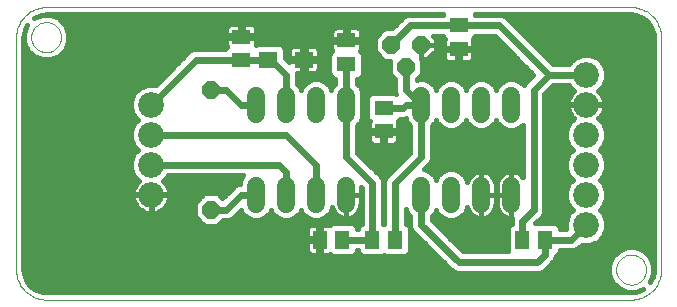
<source format=gtl>
G75*
G70*
%OFA0B0*%
%FSLAX24Y24*%
%IPPOS*%
%LPD*%
%AMOC8*
5,1,8,0,0,1.08239X$1,22.5*
%
%ADD10C,0.0000*%
%ADD11C,0.0600*%
%ADD12OC8,0.0600*%
%ADD13C,0.0860*%
%ADD14R,0.0512X0.0630*%
%ADD15R,0.0630X0.0512*%
%ADD16R,0.0630X0.0551*%
%ADD17C,0.0240*%
%ADD18C,0.0160*%
D10*
X001931Y000681D02*
X021431Y000681D01*
X020931Y001681D02*
X020933Y001725D01*
X020939Y001769D01*
X020949Y001812D01*
X020962Y001854D01*
X020979Y001895D01*
X021000Y001934D01*
X021024Y001971D01*
X021051Y002006D01*
X021081Y002038D01*
X021114Y002068D01*
X021150Y002094D01*
X021187Y002118D01*
X021227Y002137D01*
X021268Y002154D01*
X021311Y002166D01*
X021354Y002175D01*
X021398Y002180D01*
X021442Y002181D01*
X021486Y002178D01*
X021530Y002171D01*
X021573Y002160D01*
X021615Y002146D01*
X021655Y002128D01*
X021694Y002106D01*
X021730Y002082D01*
X021764Y002054D01*
X021796Y002023D01*
X021825Y001989D01*
X021851Y001953D01*
X021873Y001915D01*
X021892Y001875D01*
X021907Y001833D01*
X021919Y001791D01*
X021927Y001747D01*
X021931Y001703D01*
X021931Y001659D01*
X021927Y001615D01*
X021919Y001571D01*
X021907Y001529D01*
X021892Y001487D01*
X021873Y001447D01*
X021851Y001409D01*
X021825Y001373D01*
X021796Y001339D01*
X021764Y001308D01*
X021730Y001280D01*
X021694Y001256D01*
X021655Y001234D01*
X021615Y001216D01*
X021573Y001202D01*
X021530Y001191D01*
X021486Y001184D01*
X021442Y001181D01*
X021398Y001182D01*
X021354Y001187D01*
X021311Y001196D01*
X021268Y001208D01*
X021227Y001225D01*
X021187Y001244D01*
X021150Y001268D01*
X021114Y001294D01*
X021081Y001324D01*
X021051Y001356D01*
X021024Y001391D01*
X021000Y001428D01*
X020979Y001467D01*
X020962Y001508D01*
X020949Y001550D01*
X020939Y001593D01*
X020933Y001637D01*
X020931Y001681D01*
X021431Y000681D02*
X021491Y000683D01*
X021552Y000688D01*
X021611Y000697D01*
X021670Y000710D01*
X021729Y000726D01*
X021786Y000746D01*
X021841Y000769D01*
X021896Y000796D01*
X021948Y000825D01*
X021999Y000858D01*
X022048Y000894D01*
X022094Y000932D01*
X022138Y000974D01*
X022180Y001018D01*
X022218Y001064D01*
X022254Y001113D01*
X022287Y001164D01*
X022316Y001216D01*
X022343Y001271D01*
X022366Y001326D01*
X022386Y001383D01*
X022402Y001442D01*
X022415Y001501D01*
X022424Y001560D01*
X022429Y001621D01*
X022431Y001681D01*
X022431Y009431D01*
X022429Y009491D01*
X022424Y009552D01*
X022415Y009611D01*
X022402Y009670D01*
X022386Y009729D01*
X022366Y009786D01*
X022343Y009841D01*
X022316Y009896D01*
X022287Y009948D01*
X022254Y009999D01*
X022218Y010048D01*
X022180Y010094D01*
X022138Y010138D01*
X022094Y010180D01*
X022048Y010218D01*
X021999Y010254D01*
X021948Y010287D01*
X021896Y010316D01*
X021841Y010343D01*
X021786Y010366D01*
X021729Y010386D01*
X021670Y010402D01*
X021611Y010415D01*
X021552Y010424D01*
X021491Y010429D01*
X021431Y010431D01*
X001931Y010431D01*
X001431Y009431D02*
X001433Y009475D01*
X001439Y009519D01*
X001449Y009562D01*
X001462Y009604D01*
X001479Y009645D01*
X001500Y009684D01*
X001524Y009721D01*
X001551Y009756D01*
X001581Y009788D01*
X001614Y009818D01*
X001650Y009844D01*
X001687Y009868D01*
X001727Y009887D01*
X001768Y009904D01*
X001811Y009916D01*
X001854Y009925D01*
X001898Y009930D01*
X001942Y009931D01*
X001986Y009928D01*
X002030Y009921D01*
X002073Y009910D01*
X002115Y009896D01*
X002155Y009878D01*
X002194Y009856D01*
X002230Y009832D01*
X002264Y009804D01*
X002296Y009773D01*
X002325Y009739D01*
X002351Y009703D01*
X002373Y009665D01*
X002392Y009625D01*
X002407Y009583D01*
X002419Y009541D01*
X002427Y009497D01*
X002431Y009453D01*
X002431Y009409D01*
X002427Y009365D01*
X002419Y009321D01*
X002407Y009279D01*
X002392Y009237D01*
X002373Y009197D01*
X002351Y009159D01*
X002325Y009123D01*
X002296Y009089D01*
X002264Y009058D01*
X002230Y009030D01*
X002194Y009006D01*
X002155Y008984D01*
X002115Y008966D01*
X002073Y008952D01*
X002030Y008941D01*
X001986Y008934D01*
X001942Y008931D01*
X001898Y008932D01*
X001854Y008937D01*
X001811Y008946D01*
X001768Y008958D01*
X001727Y008975D01*
X001687Y008994D01*
X001650Y009018D01*
X001614Y009044D01*
X001581Y009074D01*
X001551Y009106D01*
X001524Y009141D01*
X001500Y009178D01*
X001479Y009217D01*
X001462Y009258D01*
X001449Y009300D01*
X001439Y009343D01*
X001433Y009387D01*
X001431Y009431D01*
X000931Y009431D02*
X000931Y001681D01*
X000933Y001621D01*
X000938Y001560D01*
X000947Y001501D01*
X000960Y001442D01*
X000976Y001383D01*
X000996Y001326D01*
X001019Y001271D01*
X001046Y001216D01*
X001075Y001164D01*
X001108Y001113D01*
X001144Y001064D01*
X001182Y001018D01*
X001224Y000974D01*
X001268Y000932D01*
X001314Y000894D01*
X001363Y000858D01*
X001414Y000825D01*
X001466Y000796D01*
X001521Y000769D01*
X001576Y000746D01*
X001633Y000726D01*
X001692Y000710D01*
X001751Y000697D01*
X001810Y000688D01*
X001871Y000683D01*
X001931Y000681D01*
X000931Y009431D02*
X000933Y009491D01*
X000938Y009552D01*
X000947Y009611D01*
X000960Y009670D01*
X000976Y009729D01*
X000996Y009786D01*
X001019Y009841D01*
X001046Y009896D01*
X001075Y009948D01*
X001108Y009999D01*
X001144Y010048D01*
X001182Y010094D01*
X001224Y010138D01*
X001268Y010180D01*
X001314Y010218D01*
X001363Y010254D01*
X001414Y010287D01*
X001466Y010316D01*
X001521Y010343D01*
X001576Y010366D01*
X001633Y010386D01*
X001692Y010402D01*
X001751Y010415D01*
X001810Y010424D01*
X001871Y010429D01*
X001931Y010431D01*
D11*
X008931Y007481D02*
X008931Y006881D01*
X009931Y006881D02*
X009931Y007481D01*
X010931Y007481D02*
X010931Y006881D01*
X011931Y006881D02*
X011931Y007481D01*
X014431Y007481D02*
X014431Y006881D01*
X015431Y006881D02*
X015431Y007481D01*
X016431Y007481D02*
X016431Y006881D01*
X017431Y006881D02*
X017431Y007481D01*
X017431Y004481D02*
X017431Y003881D01*
X016431Y003881D02*
X016431Y004481D01*
X015431Y004481D02*
X015431Y003881D01*
X014431Y003881D02*
X014431Y004481D01*
X011931Y004481D02*
X011931Y003881D01*
X010931Y003881D02*
X010931Y004481D01*
X009931Y004481D02*
X009931Y003881D01*
X008931Y003881D02*
X008931Y004481D01*
D12*
X007431Y003681D03*
X007431Y007681D03*
X013431Y009181D03*
X014431Y009181D03*
X013931Y008431D03*
D13*
X019931Y008181D03*
X019931Y007181D03*
X019931Y006181D03*
X019931Y005181D03*
X019931Y004181D03*
X019931Y003181D03*
X005431Y004181D03*
X005431Y005181D03*
X005431Y006181D03*
X005431Y007181D03*
D14*
X011057Y002681D03*
X011805Y002681D03*
X012807Y002681D03*
X013555Y002681D03*
X017807Y002681D03*
X018555Y002681D03*
D15*
X013181Y006288D03*
X013181Y007075D03*
X011931Y008538D03*
X011931Y009325D03*
X008431Y009450D03*
X008431Y008663D03*
X015681Y009038D03*
X015681Y009825D03*
D16*
X010522Y008681D03*
X009341Y008681D03*
D17*
X008450Y008681D01*
X008431Y008663D01*
X006913Y008663D01*
X005431Y007181D01*
X005431Y006181D02*
X009931Y006181D01*
X010931Y005181D01*
X010931Y004181D01*
X009931Y004181D02*
X009931Y004931D01*
X009681Y005181D01*
X005431Y005181D01*
X007431Y003681D02*
X007931Y003681D01*
X008431Y004181D01*
X008931Y004181D01*
X011805Y002681D02*
X012807Y002681D01*
X012807Y004555D01*
X011931Y005431D01*
X011931Y007181D01*
X011931Y008538D01*
X013431Y009181D02*
X014075Y009825D01*
X015681Y009825D01*
X017038Y009825D01*
X018681Y008181D01*
X018181Y007681D01*
X018181Y003681D01*
X017807Y003307D01*
X017807Y002681D01*
X018555Y002681D02*
X018555Y002180D01*
X018306Y001931D01*
X015681Y001931D01*
X014431Y003181D01*
X014431Y004181D01*
X013555Y004555D02*
X014431Y005431D01*
X014431Y007181D01*
X013931Y007181D01*
X013825Y007075D01*
X013181Y007075D01*
X013931Y007681D02*
X014431Y007181D01*
X013931Y007681D02*
X013931Y008431D01*
X009931Y008181D02*
X009931Y007181D01*
X008931Y007181D02*
X008431Y007181D01*
X007931Y007681D01*
X007431Y007681D01*
X009341Y008681D02*
X009431Y008681D01*
X009931Y008181D01*
X013555Y004555D02*
X013555Y002681D01*
X018555Y002681D02*
X019431Y002681D01*
X019931Y003181D01*
X019931Y008181D02*
X018681Y008181D01*
D18*
X001813Y000931D02*
X001586Y001004D01*
X001394Y001144D01*
X001254Y001336D01*
X001181Y001563D01*
X001171Y001681D01*
X001171Y009432D01*
X001181Y009550D01*
X001254Y009776D01*
X001299Y009838D01*
X001191Y009579D01*
X001191Y009284D01*
X001304Y009012D01*
X001512Y008804D01*
X001784Y008691D01*
X002079Y008691D01*
X002351Y008804D01*
X002559Y009012D01*
X002671Y009284D01*
X002671Y009579D01*
X002559Y009851D01*
X002351Y010059D01*
X002079Y010171D01*
X001784Y010171D01*
X001525Y010064D01*
X001586Y010109D01*
X001813Y010182D01*
X001931Y010191D01*
X015152Y010191D01*
X015150Y010185D01*
X014147Y010185D01*
X014003Y010185D01*
X013871Y010130D01*
X013462Y009721D01*
X013208Y009721D01*
X012891Y009405D01*
X012891Y008958D01*
X013208Y008641D01*
X013391Y008641D01*
X013391Y008208D01*
X013571Y008028D01*
X013571Y007753D01*
X013571Y007610D01*
X013596Y007549D01*
X013544Y007571D01*
X012819Y007571D01*
X012730Y007534D01*
X012663Y007467D01*
X012626Y007379D01*
X012626Y006771D01*
X012663Y006683D01*
X012711Y006635D01*
X012699Y006613D01*
X012686Y006567D01*
X012686Y006336D01*
X013133Y006336D01*
X013133Y006240D01*
X012686Y006240D01*
X012686Y006008D01*
X012699Y005962D01*
X012722Y005921D01*
X012756Y005888D01*
X012797Y005864D01*
X012843Y005852D01*
X013133Y005852D01*
X013133Y006239D01*
X013229Y006239D01*
X013229Y005852D01*
X013520Y005852D01*
X013566Y005864D01*
X013607Y005888D01*
X013640Y005921D01*
X013664Y005962D01*
X013676Y006008D01*
X013676Y006240D01*
X013230Y006240D01*
X013230Y006336D01*
X013676Y006336D01*
X013676Y006567D01*
X013664Y006613D01*
X013651Y006635D01*
X013700Y006683D01*
X013713Y006715D01*
X013753Y006715D01*
X013897Y006715D01*
X013913Y006722D01*
X013974Y006576D01*
X014071Y006478D01*
X014071Y005581D01*
X013250Y004759D01*
X013195Y004627D01*
X013195Y004484D01*
X013195Y003213D01*
X013181Y003207D01*
X013167Y003213D01*
X013167Y004484D01*
X013167Y004627D01*
X013113Y004759D01*
X012291Y005581D01*
X012291Y006478D01*
X012389Y006576D01*
X012471Y006774D01*
X012471Y007589D01*
X012389Y007787D01*
X012291Y007885D01*
X012291Y008042D01*
X012294Y008042D01*
X012382Y008078D01*
X012450Y008146D01*
X012486Y008234D01*
X012486Y008841D01*
X012450Y008930D01*
X012401Y008978D01*
X012414Y009000D01*
X012426Y009045D01*
X012426Y009277D01*
X011980Y009277D01*
X011980Y009373D01*
X012426Y009373D01*
X012426Y009605D01*
X012414Y009650D01*
X012390Y009692D01*
X012357Y009725D01*
X012316Y009749D01*
X012270Y009761D01*
X011979Y009761D01*
X011979Y009373D01*
X011883Y009373D01*
X011883Y009277D01*
X011436Y009277D01*
X011436Y009045D01*
X011449Y009000D01*
X011461Y008978D01*
X011413Y008930D01*
X011376Y008841D01*
X011376Y008234D01*
X011413Y008146D01*
X011480Y008078D01*
X011569Y008042D01*
X011571Y008042D01*
X011571Y007885D01*
X011474Y007787D01*
X011431Y007685D01*
X011389Y007787D01*
X011237Y007939D01*
X011039Y008021D01*
X010824Y008021D01*
X010626Y007939D01*
X010474Y007787D01*
X010431Y007685D01*
X010389Y007787D01*
X010291Y007885D01*
X010291Y008226D01*
X010464Y008226D01*
X010464Y008623D01*
X010580Y008623D01*
X010580Y008226D01*
X010861Y008226D01*
X010906Y008238D01*
X010947Y008262D01*
X010981Y008295D01*
X011005Y008336D01*
X011017Y008382D01*
X011017Y008624D01*
X010580Y008624D01*
X010580Y008739D01*
X011017Y008739D01*
X011017Y008981D01*
X011005Y009026D01*
X010981Y009068D01*
X010947Y009101D01*
X010906Y009125D01*
X010861Y009137D01*
X010580Y009137D01*
X010580Y008739D01*
X010464Y008739D01*
X010464Y008624D01*
X010027Y008624D01*
X010027Y008595D01*
X009896Y008726D01*
X009896Y009005D01*
X009859Y009093D01*
X009792Y009160D01*
X009704Y009197D01*
X008978Y009197D01*
X008926Y009175D01*
X008926Y009402D01*
X008480Y009402D01*
X008480Y009498D01*
X008926Y009498D01*
X008926Y009730D01*
X008914Y009775D01*
X008890Y009817D01*
X008857Y009850D01*
X008816Y009874D01*
X008770Y009886D01*
X008479Y009886D01*
X008479Y009498D01*
X008383Y009498D01*
X008383Y009402D01*
X007936Y009402D01*
X007936Y009170D01*
X007949Y009125D01*
X007961Y009103D01*
X007913Y009055D01*
X007900Y009023D01*
X006984Y009023D01*
X006841Y009023D01*
X006709Y008968D01*
X005584Y007843D01*
X005565Y007851D01*
X005298Y007851D01*
X005052Y007749D01*
X004863Y007561D01*
X004761Y007315D01*
X004761Y007048D01*
X004863Y006802D01*
X004984Y006681D01*
X004863Y006561D01*
X004761Y006315D01*
X004761Y006048D01*
X004863Y005802D01*
X004984Y005681D01*
X004863Y005561D01*
X004761Y005315D01*
X004761Y005048D01*
X004863Y004802D01*
X005026Y004639D01*
X004966Y004579D01*
X004910Y004501D01*
X004866Y004416D01*
X004836Y004324D01*
X004821Y004229D01*
X004821Y004200D01*
X005413Y004200D01*
X005413Y004163D01*
X005450Y004163D01*
X005450Y004200D01*
X006041Y004200D01*
X006041Y004229D01*
X006026Y004324D01*
X005997Y004416D01*
X005953Y004501D01*
X005897Y004579D01*
X005836Y004639D01*
X005999Y004802D01*
X006007Y004821D01*
X008508Y004821D01*
X008474Y004787D01*
X008391Y004589D01*
X008391Y004541D01*
X008360Y004541D01*
X008227Y004487D01*
X008126Y004385D01*
X007809Y004068D01*
X007655Y004221D01*
X007208Y004221D01*
X006891Y003905D01*
X006891Y003458D01*
X007208Y003141D01*
X007655Y003141D01*
X007835Y003321D01*
X007860Y003321D01*
X008003Y003321D01*
X008135Y003376D01*
X008433Y003674D01*
X008474Y003576D01*
X008626Y003424D01*
X008824Y003341D01*
X009039Y003341D01*
X009237Y003424D01*
X009389Y003576D01*
X009431Y003678D01*
X009474Y003576D01*
X009626Y003424D01*
X009824Y003341D01*
X010039Y003341D01*
X010237Y003424D01*
X010389Y003576D01*
X010431Y003678D01*
X010474Y003576D01*
X010626Y003424D01*
X010824Y003341D01*
X011039Y003341D01*
X011237Y003424D01*
X011389Y003576D01*
X011466Y003761D01*
X011487Y003697D01*
X011521Y003630D01*
X011565Y003569D01*
X011619Y003515D01*
X011680Y003471D01*
X011747Y003437D01*
X011819Y003413D01*
X011894Y003401D01*
X011931Y003401D01*
X011931Y004181D01*
X011932Y004181D01*
X011932Y004182D01*
X012411Y004182D01*
X012411Y004442D01*
X012447Y004406D01*
X012447Y003213D01*
X012416Y003200D01*
X012348Y003132D01*
X012311Y003044D01*
X012311Y003041D01*
X012301Y003041D01*
X012301Y003044D01*
X012265Y003132D01*
X012197Y003200D01*
X012109Y003236D01*
X011502Y003236D01*
X011414Y003200D01*
X011379Y003165D01*
X011337Y003176D01*
X011105Y003176D01*
X011105Y002730D01*
X011009Y002730D01*
X011009Y003176D01*
X010778Y003176D01*
X010732Y003164D01*
X010691Y003140D01*
X010657Y003107D01*
X010634Y003066D01*
X010621Y003020D01*
X010621Y002729D01*
X011009Y002729D01*
X011009Y002633D01*
X011105Y002633D01*
X011105Y002186D01*
X011337Y002186D01*
X011379Y002198D01*
X011414Y002163D01*
X011502Y002126D01*
X012109Y002126D01*
X012197Y002163D01*
X012265Y002230D01*
X012301Y002319D01*
X012301Y002321D01*
X012311Y002321D01*
X012311Y002319D01*
X012348Y002230D01*
X012416Y002163D01*
X012504Y002126D01*
X013111Y002126D01*
X013181Y002156D01*
X013252Y002126D01*
X013859Y002126D01*
X013947Y002163D01*
X014015Y002230D01*
X014051Y002319D01*
X014051Y003044D01*
X014015Y003132D01*
X013947Y003200D01*
X013915Y003213D01*
X013915Y003716D01*
X013974Y003576D01*
X014071Y003478D01*
X014071Y003253D01*
X014071Y003110D01*
X014126Y002977D01*
X015376Y001727D01*
X015477Y001626D01*
X015610Y001571D01*
X018235Y001571D01*
X018378Y001571D01*
X018510Y001626D01*
X018861Y001976D01*
X018915Y002109D01*
X018915Y002150D01*
X018947Y002163D01*
X019015Y002230D01*
X019051Y002319D01*
X019051Y002321D01*
X019360Y002321D01*
X019503Y002321D01*
X019635Y002376D01*
X019779Y002520D01*
X019798Y002511D01*
X020065Y002511D01*
X020311Y002613D01*
X020499Y002802D01*
X020601Y003048D01*
X020601Y003315D01*
X020499Y003561D01*
X020379Y003681D01*
X020499Y003802D01*
X020601Y004048D01*
X020601Y004315D01*
X020499Y004561D01*
X020379Y004681D01*
X020499Y004802D01*
X020601Y005048D01*
X020601Y005315D01*
X020499Y005561D01*
X020379Y005681D01*
X020499Y005802D01*
X020601Y006048D01*
X020601Y006315D01*
X020499Y006561D01*
X020336Y006724D01*
X020397Y006784D01*
X020453Y006862D01*
X020497Y006947D01*
X020526Y007039D01*
X020541Y007133D01*
X020541Y007163D01*
X019950Y007163D01*
X019950Y007200D01*
X020541Y007200D01*
X020541Y007229D01*
X020526Y007324D01*
X020497Y007416D01*
X020453Y007501D01*
X020397Y007579D01*
X020336Y007639D01*
X020499Y007802D01*
X020601Y008048D01*
X020601Y008315D01*
X020499Y008561D01*
X020311Y008749D01*
X020065Y008851D01*
X019798Y008851D01*
X019552Y008749D01*
X019363Y008561D01*
X019355Y008541D01*
X018831Y008541D01*
X017242Y010130D01*
X017109Y010185D01*
X016966Y010185D01*
X016213Y010185D01*
X016210Y010191D01*
X021384Y010191D01*
X021431Y010191D01*
X021550Y010182D01*
X021776Y010109D01*
X021969Y009969D01*
X022109Y009776D01*
X022182Y009550D01*
X022191Y009431D01*
X022191Y001729D01*
X022191Y001681D01*
X022182Y001563D01*
X022109Y001336D01*
X022064Y001275D01*
X022171Y001534D01*
X022171Y001829D01*
X022059Y002101D01*
X021851Y002309D01*
X021579Y002421D01*
X021284Y002421D01*
X021012Y002309D01*
X020804Y002101D01*
X020691Y001829D01*
X020691Y001534D01*
X020804Y001262D01*
X021012Y001054D01*
X021284Y000941D01*
X021579Y000941D01*
X021838Y001049D01*
X021776Y001004D01*
X021550Y000931D01*
X021431Y000921D01*
X001979Y000921D01*
X001931Y000921D01*
X001813Y000931D01*
X001679Y000974D02*
X021205Y000974D01*
X020934Y001133D02*
X001410Y001133D01*
X001287Y001291D02*
X020792Y001291D01*
X020726Y001450D02*
X001217Y001450D01*
X001177Y001608D02*
X015521Y001608D01*
X015337Y001767D02*
X001171Y001767D01*
X001171Y001925D02*
X015178Y001925D01*
X015020Y002084D02*
X001171Y002084D01*
X001171Y002242D02*
X010671Y002242D01*
X010657Y002256D02*
X010691Y002222D01*
X010732Y002199D01*
X010778Y002186D01*
X011009Y002186D01*
X011009Y002633D01*
X010621Y002633D01*
X010621Y002343D01*
X010634Y002297D01*
X010657Y002256D01*
X010621Y002401D02*
X001171Y002401D01*
X001171Y002560D02*
X010621Y002560D01*
X010621Y002877D02*
X001171Y002877D01*
X001171Y002718D02*
X011009Y002718D01*
X011009Y002560D02*
X011105Y002560D01*
X011105Y002401D02*
X011009Y002401D01*
X011009Y002242D02*
X011105Y002242D01*
X011105Y002877D02*
X011009Y002877D01*
X011009Y003035D02*
X011105Y003035D01*
X011408Y003194D02*
X007707Y003194D01*
X008078Y003352D02*
X008798Y003352D01*
X009065Y003352D02*
X009798Y003352D01*
X010065Y003352D02*
X010798Y003352D01*
X011065Y003352D02*
X012447Y003352D01*
X012447Y003511D02*
X012238Y003511D01*
X012244Y003515D02*
X012298Y003569D01*
X012342Y003630D01*
X012376Y003697D01*
X012400Y003769D01*
X012411Y003844D01*
X012411Y004181D01*
X011932Y004181D01*
X011932Y003401D01*
X011969Y003401D01*
X012044Y003413D01*
X012116Y003437D01*
X012183Y003471D01*
X012244Y003515D01*
X011932Y003511D02*
X011931Y003511D01*
X011625Y003511D02*
X011324Y003511D01*
X011428Y003669D02*
X011501Y003669D01*
X011931Y003669D02*
X011932Y003669D01*
X011931Y003828D02*
X011932Y003828D01*
X011931Y003986D02*
X011932Y003986D01*
X011931Y004145D02*
X011932Y004145D01*
X012411Y004145D02*
X012447Y004145D01*
X012447Y004304D02*
X012411Y004304D01*
X012411Y003986D02*
X012447Y003986D01*
X012447Y003828D02*
X012409Y003828D01*
X012447Y003669D02*
X012362Y003669D01*
X013167Y003669D02*
X013195Y003669D01*
X013195Y003828D02*
X013167Y003828D01*
X013167Y003986D02*
X013195Y003986D01*
X013195Y004145D02*
X013167Y004145D01*
X013167Y004304D02*
X013195Y004304D01*
X013195Y004462D02*
X013167Y004462D01*
X013167Y004621D02*
X013195Y004621D01*
X013270Y004779D02*
X013093Y004779D01*
X012934Y004938D02*
X013429Y004938D01*
X013587Y005096D02*
X012776Y005096D01*
X012617Y005255D02*
X013746Y005255D01*
X013904Y005413D02*
X012459Y005413D01*
X012300Y005572D02*
X014063Y005572D01*
X014071Y005730D02*
X012291Y005730D01*
X012291Y005889D02*
X012755Y005889D01*
X013133Y005889D02*
X013229Y005889D01*
X013608Y005889D02*
X014071Y005889D01*
X014071Y006048D02*
X013676Y006048D01*
X013676Y006206D02*
X014071Y006206D01*
X014071Y006365D02*
X013676Y006365D01*
X013676Y006523D02*
X014026Y006523D01*
X013930Y006682D02*
X013698Y006682D01*
X014791Y006478D02*
X014889Y006576D01*
X014931Y006677D01*
X014974Y006576D01*
X015126Y006424D01*
X015324Y006341D01*
X015539Y006341D01*
X015737Y006424D01*
X015889Y006576D01*
X015931Y006677D01*
X015974Y006576D01*
X016126Y006424D01*
X016324Y006341D01*
X016539Y006341D01*
X016737Y006424D01*
X016889Y006576D01*
X016931Y006677D01*
X016974Y006576D01*
X017126Y006424D01*
X017324Y006341D01*
X017539Y006341D01*
X017737Y006424D01*
X017821Y006508D01*
X017821Y004761D01*
X017798Y004794D01*
X017744Y004848D01*
X017683Y004892D01*
X017616Y004926D01*
X017544Y004950D01*
X017469Y004961D01*
X017432Y004961D01*
X017432Y004182D01*
X017431Y004182D01*
X017431Y004961D01*
X017394Y004961D01*
X017319Y004950D01*
X017247Y004926D01*
X017180Y004892D01*
X017119Y004848D01*
X017065Y004794D01*
X017021Y004733D01*
X016987Y004666D01*
X016963Y004594D01*
X016951Y004519D01*
X016951Y004182D01*
X017431Y004182D01*
X017431Y004181D01*
X017432Y004181D01*
X017432Y003401D01*
X017457Y003401D01*
X017447Y003379D01*
X017447Y003236D01*
X017447Y003213D01*
X017416Y003200D01*
X017348Y003132D01*
X017311Y003044D01*
X017311Y002319D01*
X017323Y002291D01*
X015831Y002291D01*
X014791Y003331D01*
X014791Y003478D01*
X014889Y003576D01*
X014931Y003678D01*
X014974Y003576D01*
X015126Y003424D01*
X015324Y003341D01*
X015539Y003341D01*
X015737Y003424D01*
X015889Y003576D01*
X015966Y003761D01*
X015987Y003697D01*
X016021Y003630D01*
X016065Y003569D01*
X016119Y003515D01*
X016180Y003471D01*
X016247Y003437D01*
X016319Y003413D01*
X016394Y003401D01*
X016431Y003401D01*
X016431Y004181D01*
X016432Y004181D01*
X016432Y004182D01*
X016431Y004182D01*
X016431Y004961D01*
X016394Y004961D01*
X016319Y004950D01*
X016247Y004926D01*
X016180Y004892D01*
X016119Y004848D01*
X016065Y004794D01*
X016021Y004733D01*
X015987Y004666D01*
X015966Y004602D01*
X015889Y004787D01*
X015737Y004939D01*
X015539Y005021D01*
X015324Y005021D01*
X015126Y004939D01*
X014974Y004787D01*
X014931Y004685D01*
X014889Y004787D01*
X014737Y004939D01*
X014539Y005021D01*
X014530Y005021D01*
X014635Y005126D01*
X014737Y005227D01*
X014791Y005360D01*
X014791Y006478D01*
X014837Y006523D02*
X015026Y006523D01*
X014791Y006365D02*
X015268Y006365D01*
X015595Y006365D02*
X016268Y006365D01*
X016026Y006523D02*
X015837Y006523D01*
X016595Y006365D02*
X017268Y006365D01*
X017026Y006523D02*
X016837Y006523D01*
X017595Y006365D02*
X017821Y006365D01*
X017821Y006206D02*
X014791Y006206D01*
X014791Y006048D02*
X017821Y006048D01*
X017821Y005889D02*
X014791Y005889D01*
X014791Y005730D02*
X017821Y005730D01*
X017821Y005572D02*
X014791Y005572D01*
X014791Y005413D02*
X017821Y005413D01*
X017821Y005255D02*
X014748Y005255D01*
X014605Y005096D02*
X017821Y005096D01*
X017821Y004938D02*
X017580Y004938D01*
X017432Y004938D02*
X017431Y004938D01*
X017283Y004938D02*
X016580Y004938D01*
X016616Y004926D02*
X016544Y004950D01*
X016469Y004961D01*
X016432Y004961D01*
X016432Y004182D01*
X016911Y004182D01*
X016911Y004519D01*
X016900Y004594D01*
X016876Y004666D01*
X016842Y004733D01*
X016798Y004794D01*
X016744Y004848D01*
X016683Y004892D01*
X016616Y004926D01*
X016432Y004938D02*
X016431Y004938D01*
X016283Y004938D02*
X015739Y004938D01*
X015893Y004779D02*
X016054Y004779D01*
X015972Y004621D02*
X015958Y004621D01*
X016431Y004621D02*
X016432Y004621D01*
X016431Y004462D02*
X016432Y004462D01*
X016431Y004304D02*
X016432Y004304D01*
X016432Y004181D02*
X016911Y004181D01*
X016911Y003844D01*
X016900Y003769D01*
X016876Y003697D01*
X016842Y003630D01*
X016798Y003569D01*
X016744Y003515D01*
X016683Y003471D01*
X016616Y003437D01*
X016544Y003413D01*
X016469Y003401D01*
X016432Y003401D01*
X016432Y004181D01*
X016431Y004145D02*
X016432Y004145D01*
X016431Y003986D02*
X016432Y003986D01*
X016431Y003828D02*
X016432Y003828D01*
X016431Y003669D02*
X016432Y003669D01*
X016862Y003669D02*
X017001Y003669D01*
X016987Y003697D02*
X017021Y003630D01*
X017065Y003569D01*
X017119Y003515D01*
X017180Y003471D01*
X017247Y003437D01*
X017319Y003413D01*
X017394Y003401D01*
X017431Y003401D01*
X017431Y004181D01*
X016951Y004181D01*
X016951Y003844D01*
X016963Y003769D01*
X016987Y003697D01*
X016954Y003828D02*
X016909Y003828D01*
X016911Y003986D02*
X016951Y003986D01*
X016951Y004145D02*
X016911Y004145D01*
X016911Y004304D02*
X016951Y004304D01*
X016951Y004462D02*
X016911Y004462D01*
X016891Y004621D02*
X016972Y004621D01*
X017054Y004779D02*
X016808Y004779D01*
X016432Y004779D02*
X016431Y004779D01*
X017431Y004779D02*
X017432Y004779D01*
X017431Y004621D02*
X017432Y004621D01*
X017431Y004462D02*
X017432Y004462D01*
X017431Y004304D02*
X017432Y004304D01*
X017431Y004145D02*
X017432Y004145D01*
X017431Y003986D02*
X017432Y003986D01*
X017431Y003828D02*
X017432Y003828D01*
X017431Y003669D02*
X017432Y003669D01*
X017431Y003511D02*
X017432Y003511D01*
X017447Y003352D02*
X015565Y003352D01*
X015298Y003352D02*
X014791Y003352D01*
X014824Y003511D02*
X015038Y003511D01*
X014935Y003669D02*
X014928Y003669D01*
X014038Y003511D02*
X013915Y003511D01*
X013915Y003352D02*
X014071Y003352D01*
X014071Y003194D02*
X013953Y003194D01*
X014051Y003035D02*
X014102Y003035D01*
X014051Y002877D02*
X014227Y002877D01*
X014386Y002718D02*
X014051Y002718D01*
X014051Y002560D02*
X014544Y002560D01*
X014703Y002401D02*
X014051Y002401D01*
X014020Y002242D02*
X014861Y002242D01*
X015562Y002560D02*
X017311Y002560D01*
X017311Y002718D02*
X015404Y002718D01*
X015245Y002877D02*
X017311Y002877D01*
X017311Y003035D02*
X015087Y003035D01*
X014928Y003194D02*
X017409Y003194D01*
X017125Y003511D02*
X016738Y003511D01*
X016432Y003511D02*
X016431Y003511D01*
X016125Y003511D02*
X015824Y003511D01*
X015928Y003669D02*
X016001Y003669D01*
X013935Y003669D02*
X013915Y003669D01*
X013195Y003511D02*
X013167Y003511D01*
X013167Y003352D02*
X013195Y003352D01*
X012409Y003194D02*
X012203Y003194D01*
X010626Y003035D02*
X001171Y003035D01*
X001171Y003194D02*
X007155Y003194D01*
X006997Y003352D02*
X001171Y003352D01*
X001171Y003511D02*
X006891Y003511D01*
X006891Y003669D02*
X005764Y003669D01*
X005751Y003660D02*
X005829Y003716D01*
X005897Y003784D01*
X005953Y003862D01*
X005997Y003947D01*
X006026Y004039D01*
X006041Y004133D01*
X006041Y004163D01*
X005450Y004163D01*
X005450Y003571D01*
X005479Y003571D01*
X005574Y003586D01*
X005666Y003616D01*
X005751Y003660D01*
X005450Y003669D02*
X005413Y003669D01*
X005413Y003571D02*
X005413Y004163D01*
X004821Y004163D01*
X004821Y004133D01*
X004836Y004039D01*
X004866Y003947D01*
X004910Y003862D01*
X004966Y003784D01*
X005034Y003716D01*
X005112Y003660D01*
X005197Y003616D01*
X005289Y003586D01*
X005383Y003571D01*
X005413Y003571D01*
X005098Y003669D02*
X001171Y003669D01*
X001171Y003828D02*
X004934Y003828D01*
X004853Y003986D02*
X001171Y003986D01*
X001171Y004145D02*
X004821Y004145D01*
X004833Y004304D02*
X001171Y004304D01*
X001171Y004462D02*
X004890Y004462D01*
X005008Y004621D02*
X001171Y004621D01*
X001171Y004779D02*
X004886Y004779D01*
X004807Y004938D02*
X001171Y004938D01*
X001171Y005096D02*
X004761Y005096D01*
X004761Y005255D02*
X001171Y005255D01*
X001171Y005413D02*
X004802Y005413D01*
X004874Y005572D02*
X001171Y005572D01*
X001171Y005730D02*
X004935Y005730D01*
X004827Y005889D02*
X001171Y005889D01*
X001171Y006048D02*
X004762Y006048D01*
X004761Y006206D02*
X001171Y006206D01*
X001171Y006365D02*
X004782Y006365D01*
X004848Y006523D02*
X001171Y006523D01*
X001171Y006682D02*
X004984Y006682D01*
X004848Y006840D02*
X001171Y006840D01*
X001171Y006999D02*
X004782Y006999D01*
X004761Y007157D02*
X001171Y007157D01*
X001171Y007316D02*
X004762Y007316D01*
X004828Y007474D02*
X001171Y007474D01*
X001171Y007633D02*
X004935Y007633D01*
X005154Y007791D02*
X001171Y007791D01*
X001171Y007950D02*
X005691Y007950D01*
X005850Y008109D02*
X001171Y008109D01*
X001171Y008267D02*
X006008Y008267D01*
X006167Y008426D02*
X001171Y008426D01*
X001171Y008584D02*
X006325Y008584D01*
X006484Y008743D02*
X002203Y008743D01*
X002448Y008901D02*
X006642Y008901D01*
X007918Y009060D02*
X002578Y009060D01*
X002644Y009218D02*
X007936Y009218D01*
X007936Y009377D02*
X002671Y009377D01*
X002671Y009535D02*
X007936Y009535D01*
X007936Y009498D02*
X008383Y009498D01*
X008383Y009886D01*
X008093Y009886D01*
X008047Y009874D01*
X008006Y009850D01*
X007972Y009817D01*
X007949Y009775D01*
X007936Y009730D01*
X007936Y009498D01*
X007936Y009694D02*
X002624Y009694D01*
X002557Y009853D02*
X008010Y009853D01*
X008383Y009853D02*
X008479Y009853D01*
X008479Y009694D02*
X008383Y009694D01*
X008383Y009535D02*
X008479Y009535D01*
X008926Y009535D02*
X011436Y009535D01*
X011436Y009605D02*
X011436Y009373D01*
X011883Y009373D01*
X011883Y009761D01*
X011593Y009761D01*
X011547Y009749D01*
X011506Y009725D01*
X011472Y009692D01*
X011449Y009650D01*
X011436Y009605D01*
X011475Y009694D02*
X008926Y009694D01*
X008853Y009853D02*
X013593Y009853D01*
X013180Y009694D02*
X012388Y009694D01*
X012426Y009535D02*
X013022Y009535D01*
X012891Y009377D02*
X012426Y009377D01*
X012426Y009218D02*
X012891Y009218D01*
X012891Y009060D02*
X012426Y009060D01*
X012462Y008901D02*
X012948Y008901D01*
X013106Y008743D02*
X012486Y008743D01*
X012486Y008584D02*
X013391Y008584D01*
X013391Y008426D02*
X012486Y008426D01*
X012486Y008267D02*
X013391Y008267D01*
X013491Y008109D02*
X012413Y008109D01*
X012291Y007950D02*
X013571Y007950D01*
X013571Y007791D02*
X012385Y007791D01*
X012453Y007633D02*
X013571Y007633D01*
X014291Y008008D02*
X014291Y008028D01*
X014471Y008208D01*
X014471Y008655D01*
X014425Y008701D01*
X014431Y008701D01*
X014431Y009181D01*
X014432Y009181D01*
X014432Y009182D01*
X014911Y009182D01*
X014911Y009380D01*
X014826Y009465D01*
X015150Y009465D01*
X015163Y009433D01*
X015211Y009385D01*
X015199Y009363D01*
X015186Y009317D01*
X015186Y009086D01*
X015633Y009086D01*
X015633Y008990D01*
X015186Y008990D01*
X015186Y008758D01*
X015199Y008712D01*
X015222Y008671D01*
X015256Y008638D01*
X015297Y008614D01*
X015343Y008602D01*
X015633Y008602D01*
X015633Y008989D01*
X015729Y008989D01*
X015729Y008602D01*
X016020Y008602D01*
X016066Y008614D01*
X016107Y008638D01*
X016140Y008671D01*
X016164Y008712D01*
X016176Y008758D01*
X016176Y008990D01*
X015730Y008990D01*
X015730Y009086D01*
X016176Y009086D01*
X016176Y009317D01*
X016164Y009363D01*
X016151Y009385D01*
X016200Y009433D01*
X016213Y009465D01*
X016889Y009465D01*
X018172Y008181D01*
X017876Y007885D01*
X017851Y007825D01*
X017737Y007939D01*
X017539Y008021D01*
X017324Y008021D01*
X017126Y007939D01*
X016974Y007787D01*
X016931Y007685D01*
X016889Y007787D01*
X016737Y007939D01*
X016539Y008021D01*
X016324Y008021D01*
X016126Y007939D01*
X015974Y007787D01*
X015931Y007685D01*
X015889Y007787D01*
X015737Y007939D01*
X015539Y008021D01*
X015324Y008021D01*
X015126Y007939D01*
X014974Y007787D01*
X014931Y007685D01*
X014889Y007787D01*
X014737Y007939D01*
X014539Y008021D01*
X014324Y008021D01*
X014291Y008008D01*
X014372Y008109D02*
X018100Y008109D01*
X017941Y007950D02*
X017711Y007950D01*
X017152Y007950D02*
X016711Y007950D01*
X016885Y007791D02*
X016978Y007791D01*
X016152Y007950D02*
X015711Y007950D01*
X015885Y007791D02*
X015978Y007791D01*
X015152Y007950D02*
X014711Y007950D01*
X014885Y007791D02*
X014978Y007791D01*
X014471Y008267D02*
X018087Y008267D01*
X017928Y008426D02*
X014471Y008426D01*
X014471Y008584D02*
X017769Y008584D01*
X017611Y008743D02*
X016172Y008743D01*
X015729Y008743D02*
X015633Y008743D01*
X015633Y008901D02*
X015729Y008901D01*
X015730Y009060D02*
X017294Y009060D01*
X017135Y009218D02*
X016176Y009218D01*
X016156Y009377D02*
X016977Y009377D01*
X017678Y009694D02*
X022135Y009694D01*
X022053Y009853D02*
X017519Y009853D01*
X017361Y010011D02*
X021911Y010011D01*
X021588Y010170D02*
X017147Y010170D01*
X017836Y009535D02*
X022183Y009535D01*
X022191Y009377D02*
X017995Y009377D01*
X018154Y009218D02*
X022191Y009218D01*
X022191Y009060D02*
X018312Y009060D01*
X018471Y008901D02*
X022191Y008901D01*
X022191Y008743D02*
X020318Y008743D01*
X020476Y008584D02*
X022191Y008584D01*
X022191Y008426D02*
X020555Y008426D01*
X020601Y008267D02*
X022191Y008267D01*
X022191Y008109D02*
X020601Y008109D01*
X020561Y007950D02*
X022191Y007950D01*
X022191Y007791D02*
X020489Y007791D01*
X020342Y007633D02*
X022191Y007633D01*
X022191Y007474D02*
X020467Y007474D01*
X020528Y007316D02*
X022191Y007316D01*
X022191Y007157D02*
X020541Y007157D01*
X020513Y006999D02*
X022191Y006999D01*
X022191Y006840D02*
X020437Y006840D01*
X020379Y006682D02*
X022191Y006682D01*
X022191Y006523D02*
X020515Y006523D01*
X020581Y006365D02*
X022191Y006365D01*
X022191Y006206D02*
X020601Y006206D01*
X020601Y006048D02*
X022191Y006048D01*
X022191Y005889D02*
X020535Y005889D01*
X020428Y005730D02*
X022191Y005730D01*
X022191Y005572D02*
X020488Y005572D01*
X020561Y005413D02*
X022191Y005413D01*
X022191Y005255D02*
X020601Y005255D01*
X020601Y005096D02*
X022191Y005096D01*
X022191Y004938D02*
X020556Y004938D01*
X020477Y004779D02*
X022191Y004779D01*
X022191Y004621D02*
X020440Y004621D01*
X020540Y004462D02*
X022191Y004462D01*
X022191Y004304D02*
X020601Y004304D01*
X020601Y004145D02*
X022191Y004145D01*
X022191Y003986D02*
X020576Y003986D01*
X020510Y003828D02*
X022191Y003828D01*
X022191Y003669D02*
X020391Y003669D01*
X020520Y003511D02*
X022191Y003511D01*
X022191Y003352D02*
X020586Y003352D01*
X020601Y003194D02*
X022191Y003194D01*
X022191Y003035D02*
X020596Y003035D01*
X020530Y002877D02*
X022191Y002877D01*
X022191Y002718D02*
X020416Y002718D01*
X020181Y002560D02*
X022191Y002560D01*
X022191Y002401D02*
X021628Y002401D01*
X021917Y002242D02*
X022191Y002242D01*
X022191Y002084D02*
X022066Y002084D01*
X022131Y001925D02*
X022191Y001925D01*
X022191Y001767D02*
X022171Y001767D01*
X022171Y001608D02*
X022186Y001608D01*
X022145Y001450D02*
X022136Y001450D01*
X022076Y001291D02*
X022071Y001291D01*
X021684Y000974D02*
X021658Y000974D01*
X020691Y001608D02*
X018467Y001608D01*
X018651Y001767D02*
X020691Y001767D01*
X020731Y001925D02*
X018809Y001925D01*
X018905Y002084D02*
X020797Y002084D01*
X020946Y002242D02*
X019020Y002242D01*
X019660Y002401D02*
X021235Y002401D01*
X019264Y003041D02*
X019051Y003041D01*
X019051Y003044D01*
X019015Y003132D01*
X018947Y003200D01*
X018859Y003236D01*
X018252Y003236D01*
X018241Y003232D01*
X018385Y003376D01*
X018385Y003376D01*
X018487Y003477D01*
X018541Y003610D01*
X018541Y007532D01*
X018831Y007821D01*
X019355Y007821D01*
X019363Y007802D01*
X019526Y007639D01*
X019466Y007579D01*
X019410Y007501D01*
X019366Y007416D01*
X019336Y007324D01*
X019321Y007229D01*
X019321Y007200D01*
X019913Y007200D01*
X019913Y007163D01*
X019321Y007163D01*
X019321Y007133D01*
X019336Y007039D01*
X019366Y006947D01*
X019410Y006862D01*
X019466Y006784D01*
X019526Y006724D01*
X019363Y006561D01*
X019261Y006315D01*
X019261Y006048D01*
X019363Y005802D01*
X019484Y005681D01*
X019363Y005561D01*
X019261Y005315D01*
X019261Y005048D01*
X019363Y004802D01*
X019484Y004681D01*
X019363Y004561D01*
X019261Y004315D01*
X019261Y004048D01*
X019363Y003802D01*
X019484Y003681D01*
X019363Y003561D01*
X019261Y003315D01*
X019261Y003048D01*
X019264Y003041D01*
X019261Y003194D02*
X018953Y003194D01*
X019277Y003352D02*
X018361Y003352D01*
X018500Y003511D02*
X019343Y003511D01*
X019472Y003669D02*
X018541Y003669D01*
X018541Y003828D02*
X019353Y003828D01*
X019287Y003986D02*
X018541Y003986D01*
X018541Y004145D02*
X019261Y004145D01*
X019261Y004304D02*
X018541Y004304D01*
X018541Y004462D02*
X019323Y004462D01*
X019423Y004621D02*
X018541Y004621D01*
X018541Y004779D02*
X019386Y004779D01*
X019307Y004938D02*
X018541Y004938D01*
X018541Y005096D02*
X019261Y005096D01*
X019261Y005255D02*
X018541Y005255D01*
X018541Y005413D02*
X019302Y005413D01*
X019374Y005572D02*
X018541Y005572D01*
X018541Y005730D02*
X019435Y005730D01*
X019327Y005889D02*
X018541Y005889D01*
X018541Y006048D02*
X019262Y006048D01*
X019261Y006206D02*
X018541Y006206D01*
X018541Y006365D02*
X019282Y006365D01*
X019348Y006523D02*
X018541Y006523D01*
X018541Y006682D02*
X019484Y006682D01*
X019425Y006840D02*
X018541Y006840D01*
X018541Y006999D02*
X019349Y006999D01*
X019321Y007157D02*
X018541Y007157D01*
X018541Y007316D02*
X019335Y007316D01*
X019396Y007474D02*
X018541Y007474D01*
X018642Y007633D02*
X019520Y007633D01*
X019374Y007791D02*
X018801Y007791D01*
X018788Y008584D02*
X019387Y008584D01*
X019545Y008743D02*
X018629Y008743D01*
X017452Y008901D02*
X016176Y008901D01*
X015633Y009060D02*
X014911Y009060D01*
X014911Y008983D02*
X014911Y009181D01*
X014432Y009181D01*
X014432Y008701D01*
X014630Y008701D01*
X014911Y008983D01*
X014830Y008901D02*
X015186Y008901D01*
X015191Y008743D02*
X014672Y008743D01*
X014432Y008743D02*
X014431Y008743D01*
X014431Y008901D02*
X014432Y008901D01*
X014431Y009060D02*
X014432Y009060D01*
X014911Y009218D02*
X015186Y009218D01*
X015207Y009377D02*
X014911Y009377D01*
X013752Y010011D02*
X002398Y010011D01*
X002083Y010170D02*
X013966Y010170D01*
X011979Y009694D02*
X011883Y009694D01*
X011883Y009535D02*
X011979Y009535D01*
X011979Y009377D02*
X011883Y009377D01*
X011436Y009377D02*
X008926Y009377D01*
X008926Y009218D02*
X011436Y009218D01*
X011436Y009060D02*
X010985Y009060D01*
X011017Y008901D02*
X011401Y008901D01*
X011376Y008743D02*
X011017Y008743D01*
X011017Y008584D02*
X011376Y008584D01*
X011376Y008426D02*
X011017Y008426D01*
X010953Y008267D02*
X011376Y008267D01*
X011450Y008109D02*
X010291Y008109D01*
X010291Y007950D02*
X010652Y007950D01*
X010478Y007791D02*
X010385Y007791D01*
X010464Y008267D02*
X010580Y008267D01*
X010580Y008426D02*
X010464Y008426D01*
X010464Y008584D02*
X010580Y008584D01*
X010580Y008743D02*
X010464Y008743D01*
X010464Y008739D02*
X010464Y009137D01*
X010183Y009137D01*
X010138Y009125D01*
X010096Y009101D01*
X010063Y009068D01*
X010039Y009026D01*
X010027Y008981D01*
X010027Y008739D01*
X010464Y008739D01*
X010464Y008901D02*
X010580Y008901D01*
X010580Y009060D02*
X010464Y009060D01*
X010059Y009060D02*
X009873Y009060D01*
X009896Y008901D02*
X010027Y008901D01*
X010027Y008743D02*
X009896Y008743D01*
X011211Y007950D02*
X011571Y007950D01*
X011478Y007791D02*
X011385Y007791D01*
X012471Y007474D02*
X012670Y007474D01*
X012626Y007316D02*
X012471Y007316D01*
X012471Y007157D02*
X012626Y007157D01*
X012626Y006999D02*
X012471Y006999D01*
X012471Y006840D02*
X012626Y006840D01*
X012665Y006682D02*
X012433Y006682D01*
X012337Y006523D02*
X012686Y006523D01*
X012686Y006365D02*
X012291Y006365D01*
X012291Y006206D02*
X012686Y006206D01*
X012686Y006048D02*
X012291Y006048D01*
X013133Y006048D02*
X013229Y006048D01*
X013229Y006206D02*
X013133Y006206D01*
X014739Y004938D02*
X015124Y004938D01*
X014970Y004779D02*
X014893Y004779D01*
X017808Y004779D02*
X017821Y004779D01*
X017311Y002401D02*
X015721Y002401D01*
X012343Y002242D02*
X012270Y002242D01*
X010538Y003511D02*
X010324Y003511D01*
X010428Y003669D02*
X010435Y003669D01*
X009538Y003511D02*
X009324Y003511D01*
X009428Y003669D02*
X009435Y003669D01*
X008538Y003511D02*
X008270Y003511D01*
X008428Y003669D02*
X008435Y003669D01*
X007886Y004145D02*
X007731Y004145D01*
X008044Y004304D02*
X006030Y004304D01*
X006041Y004145D02*
X007131Y004145D01*
X006973Y003986D02*
X006009Y003986D01*
X005929Y003828D02*
X006891Y003828D01*
X005973Y004462D02*
X008203Y004462D01*
X008405Y004621D02*
X005855Y004621D01*
X005977Y004779D02*
X008470Y004779D01*
X005450Y004145D02*
X005413Y004145D01*
X005413Y003986D02*
X005450Y003986D01*
X005450Y003828D02*
X005413Y003828D01*
X001660Y008743D02*
X001171Y008743D01*
X001171Y008901D02*
X001415Y008901D01*
X001284Y009060D02*
X001171Y009060D01*
X001171Y009218D02*
X001219Y009218D01*
X001191Y009377D02*
X001171Y009377D01*
X001180Y009535D02*
X001191Y009535D01*
X001227Y009694D02*
X001239Y009694D01*
X001774Y010170D02*
X001780Y010170D01*
M02*

</source>
